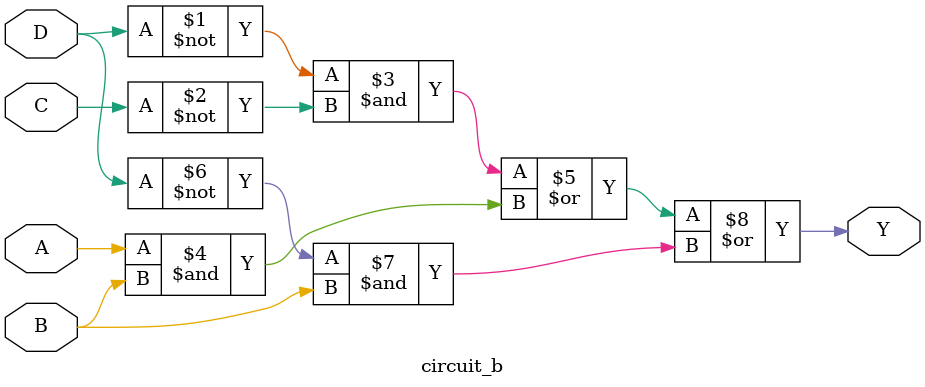
<source format=v>
module circuit_b(
    // Declare inputs
    input A, B, C, D,
    // Declare Y output
    output Y
);

    // Enter logic equation here
  assign Y = (~D &~C) |
             (A & B) |
             (~D & B);

endmodule


</source>
